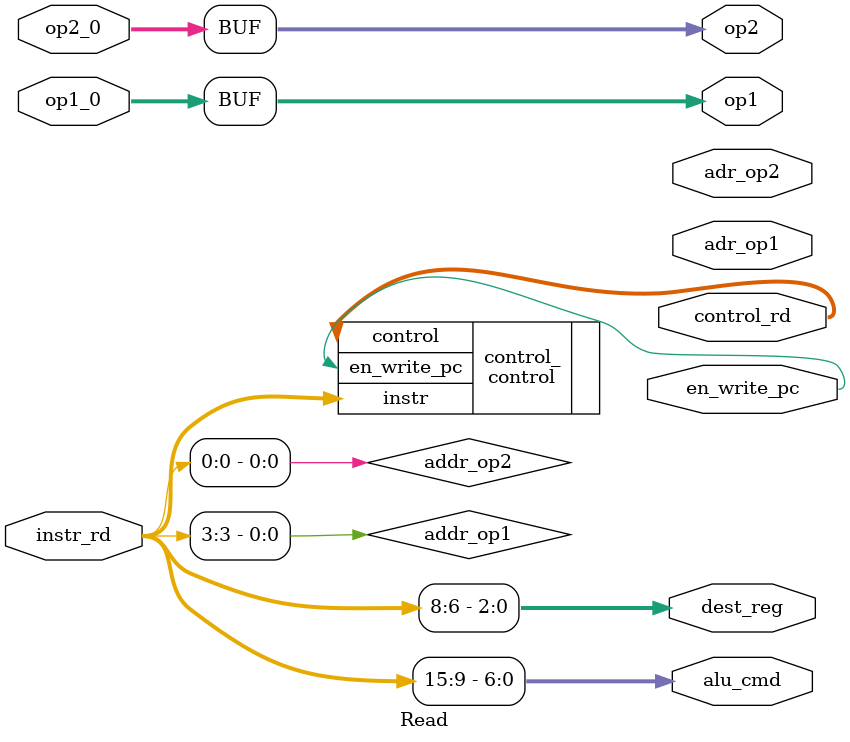
<source format=v>
`timescale 1ns / 1ps

module Read#(// General Parameters
              parameter D_SIZE = 32,
              parameter A_SIZE = 10)
             (// Input <- Instr_reg
              input        [15:0] instr_rd,
              // Input <- REG SET
              input  [D_SIZE-1:0] op1_0,
              input  [D_SIZE-1:0] op2_0,
              // Output -> REG SET
              output        [2:0] adr_op1,
              output        [2:0] adr_op2,
              // Output -> FETCH:
              output              en_write_pc,
              // Output -> READ2EX:
              //   -control signals
              output        [1:0] control_rd,
              output        [6:0] alu_cmd,
              //   -operands
              output [D_SIZE-1:0] op1,
              output [D_SIZE-1:0] op2,
              output        [2:0] dest_reg
             );
     
    // Output -> REG SET    
    assign addr_op1 = instr_rd[ 5:3];
    assign addr_op2 = instr_rd[ 2:0];
    assign  alu_cmd = instr_rd[15:9];
    
    // Output -> READ2EX
    assign      op1 = op1_0;
    assign      op2 = op2_0;
    assign dest_reg = instr_rd[8:6];
    
    //
    control control_ (.instr       (instr_rd),
                      .control     (control_rd),
                      .en_write_pc (en_write_pc)
                     );
    
endmodule
</source>
